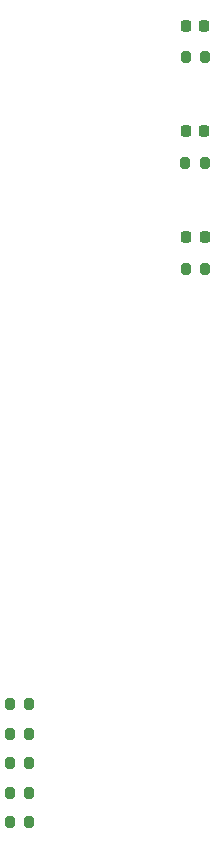
<source format=gtp>
G04 #@! TF.GenerationSoftware,KiCad,Pcbnew,8.0.6-8.0.6-0~ubuntu24.04.1*
G04 #@! TF.CreationDate,2025-02-09T13:24:36-05:00*
G04 #@! TF.ProjectId,keybird_right,6b657962-6972-4645-9f72-696768742e6b,rev?*
G04 #@! TF.SameCoordinates,Original*
G04 #@! TF.FileFunction,Paste,Top*
G04 #@! TF.FilePolarity,Positive*
%FSLAX46Y46*%
G04 Gerber Fmt 4.6, Leading zero omitted, Abs format (unit mm)*
G04 Created by KiCad (PCBNEW 8.0.6-8.0.6-0~ubuntu24.04.1) date 2025-02-09 13:24:36*
%MOMM*%
%LPD*%
G01*
G04 APERTURE LIST*
G04 Aperture macros list*
%AMRoundRect*
0 Rectangle with rounded corners*
0 $1 Rounding radius*
0 $2 $3 $4 $5 $6 $7 $8 $9 X,Y pos of 4 corners*
0 Add a 4 corners polygon primitive as box body*
4,1,4,$2,$3,$4,$5,$6,$7,$8,$9,$2,$3,0*
0 Add four circle primitives for the rounded corners*
1,1,$1+$1,$2,$3*
1,1,$1+$1,$4,$5*
1,1,$1+$1,$6,$7*
1,1,$1+$1,$8,$9*
0 Add four rect primitives between the rounded corners*
20,1,$1+$1,$2,$3,$4,$5,0*
20,1,$1+$1,$4,$5,$6,$7,0*
20,1,$1+$1,$6,$7,$8,$9,0*
20,1,$1+$1,$8,$9,$2,$3,0*%
G04 Aperture macros list end*
%ADD10RoundRect,0.200000X0.200000X0.275000X-0.200000X0.275000X-0.200000X-0.275000X0.200000X-0.275000X0*%
%ADD11RoundRect,0.218750X0.218750X0.256250X-0.218750X0.256250X-0.218750X-0.256250X0.218750X-0.256250X0*%
G04 APERTURE END LIST*
D10*
X130020000Y-66668000D03*
X128370000Y-66668000D03*
D11*
X129962500Y-63984000D03*
X128387500Y-63984000D03*
X129922500Y-55016000D03*
X128347500Y-55016000D03*
D10*
X115120000Y-108500000D03*
X113470000Y-108500000D03*
X129980000Y-57700000D03*
X128330000Y-57700000D03*
D11*
X129942500Y-46048000D03*
X128367500Y-46048000D03*
D10*
X115120000Y-106000000D03*
X113470000Y-106000000D03*
X115120000Y-111000000D03*
X113470000Y-111000000D03*
X130000000Y-48732000D03*
X128350000Y-48732000D03*
X115120000Y-113500000D03*
X113470000Y-113500000D03*
X115120000Y-103500000D03*
X113470000Y-103500000D03*
M02*

</source>
